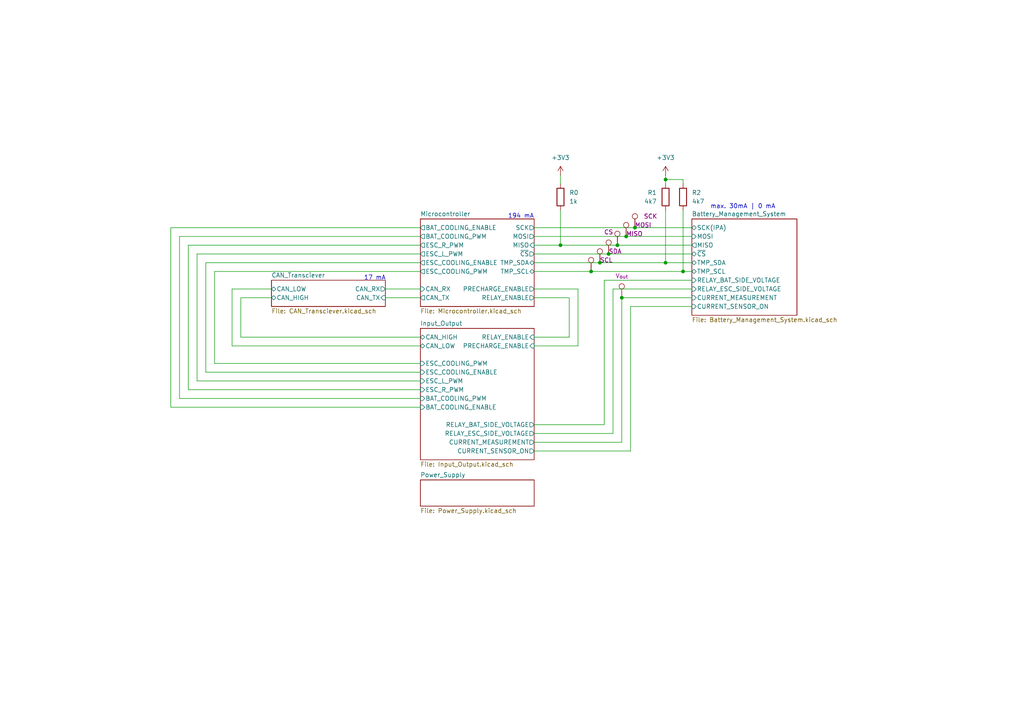
<source format=kicad_sch>
(kicad_sch (version 20231120) (generator "eeschema") (generator_version "8.0")
  (paper "A4")
  (lib_symbols
    (symbol "Connector:TestPoint" (pin_numbers hide) (pin_names (offset 0.762) hide)
      (property "Reference" "TP" (at 0 6.858 0))
      (property "Value" "TestPoint" (at 0 5.08 0))
      (symbol "TestPoint_0_1"
        (circle (center 0 3.302) (radius 0.762))
      )
      (symbol "TestPoint_1_1"
        (pin passive line (at 0 0 90) (length 2.54) (name "1") (number "1"))
      )
    )
    (symbol "Device:R" (pin_numbers hide) (pin_names (offset 0))
      (property "Reference" "R" (at 2.032 0 90))
      (property "Value" "R" (at 0 0 90))
      (symbol "R_0_1"
        (rectangle (start -1.016 -2.54) (end 1.016 2.54) (stroke (width 0.254)))
      )
      (symbol "R_1_1"
        (pin passive line (at 0 3.81 270) (length 1.27) (name "~") (number "1"))
        (pin passive line (at 0 -3.81 90) (length 1.27) (name "~") (number "2"))
      )
    )
    (symbol "power:+3V3" (power) (pin_numbers hide) (pin_names (offset 0) hide)
      (property "Value" "+3V3" (at 0 3.556 0))
      (symbol "+3V3_0_1"
        (polyline (pts (xy -0.762 1.27) (xy 0 2.54)))
        (polyline (pts (xy 0 0) (xy 0 2.54)))
        (polyline (pts (xy 0 2.54) (xy 0.762 1.27)))
      )
      (symbol "+3V3_1_1"
        (pin power_in line (at 0 0 90) (length 0) (name "~") (number "1"))
      )
    )
  )
  (junction (at 176.53 73.66))
  (junction (at 179.07 71.12))
  (junction (at 193.04 52.07))
  (junction (at 193.04 76.2))
  (junction (at 184.15 66.04))
  (junction (at 181.61 68.58))
  (junction (at 162.56 71.12))
  (junction (at 173.99 76.2))
  (junction (at 198.12 78.74))
  (junction (at 180.34 86.36))
  (junction (at 171.45 78.74))
  (wire (pts (xy 62.23 78.74) (xy 62.23 105.41)))
  (wire (pts (xy 67.31 83.82) (xy 78.74 83.82)))
  (wire (pts (xy 162.56 60.96) (xy 162.56 71.12)))
  (wire (pts (xy 180.34 86.36) (xy 180.34 128.27)))
  (wire (pts (xy 184.15 66.04) (xy 200.66 66.04)))
  (wire (pts (xy 69.85 86.36) (xy 78.74 86.36)))
  (wire (pts (xy 154.94 71.12) (xy 162.56 71.12)))
  (wire (pts (xy 173.99 76.2) (xy 193.04 76.2)))
  (wire (pts (xy 121.92 68.58) (xy 52.07 68.58)))
  (wire (pts (xy 154.94 73.66) (xy 176.53 73.66)))
  (wire (pts (xy 198.12 60.96) (xy 198.12 78.74)))
  (wire (pts (xy 198.12 52.07) (xy 198.12 53.34)))
  (wire (pts (xy 52.07 68.58) (xy 52.07 115.57)))
  (wire (pts (xy 121.92 73.66) (xy 57.15 73.66)))
  (wire (pts (xy 198.12 78.74) (xy 200.66 78.74)))
  (wire (pts (xy 59.69 107.95) (xy 121.92 107.95)))
  (wire (pts (xy 177.8 83.82) (xy 200.66 83.82)))
  (wire (pts (xy 165.1 86.36) (xy 154.94 86.36)))
  (wire (pts (xy 154.94 66.04) (xy 184.15 66.04)))
  (wire (pts (xy 167.64 83.82) (xy 167.64 100.33)))
  (wire (pts (xy 121.92 76.2) (xy 59.69 76.2)))
  (wire (pts (xy 54.61 113.03) (xy 121.92 113.03)))
  (wire (pts (xy 175.26 81.28) (xy 200.66 81.28)))
  (wire (pts (xy 69.85 97.79) (xy 121.92 97.79)))
  (wire (pts (xy 121.92 66.04) (xy 49.53 66.04)))
  (wire (pts (xy 177.8 83.82) (xy 177.8 125.73)))
  (wire (pts (xy 154.94 97.79) (xy 165.1 97.79)))
  (wire (pts (xy 67.31 100.33) (xy 67.31 83.82)))
  (wire (pts (xy 154.94 123.19) (xy 175.26 123.19)))
  (wire (pts (xy 154.94 68.58) (xy 181.61 68.58)))
  (wire (pts (xy 182.88 88.9) (xy 182.88 130.81)))
  (wire (pts (xy 200.66 88.9) (xy 182.88 88.9)))
  (wire (pts (xy 179.07 71.12) (xy 200.66 71.12)))
  (wire (pts (xy 121.92 78.74) (xy 62.23 78.74)))
  (wire (pts (xy 176.53 73.66) (xy 200.66 73.66)))
  (wire (pts (xy 121.92 71.12) (xy 54.61 71.12)))
  (wire (pts (xy 193.04 76.2) (xy 200.66 76.2)))
  (wire (pts (xy 175.26 81.28) (xy 175.26 123.19)))
  (wire (pts (xy 154.94 78.74) (xy 171.45 78.74)))
  (wire (pts (xy 69.85 97.79) (xy 69.85 86.36)))
  (wire (pts (xy 111.76 86.36) (xy 121.92 86.36)))
  (wire (pts (xy 59.69 76.2) (xy 59.69 107.95)))
  (wire (pts (xy 193.04 52.07) (xy 198.12 52.07)))
  (wire (pts (xy 162.56 50.8) (xy 162.56 53.34)))
  (wire (pts (xy 154.94 125.73) (xy 177.8 125.73)))
  (wire (pts (xy 167.64 100.33) (xy 154.94 100.33)))
  (wire (pts (xy 49.53 118.11) (xy 121.92 118.11)))
  (wire (pts (xy 111.76 83.82) (xy 121.92 83.82)))
  (wire (pts (xy 193.04 52.07) (xy 193.04 53.34)))
  (wire (pts (xy 57.15 110.49) (xy 121.92 110.49)))
  (wire (pts (xy 193.04 60.96) (xy 193.04 76.2)))
  (wire (pts (xy 54.61 71.12) (xy 54.61 113.03)))
  (wire (pts (xy 171.45 78.74) (xy 198.12 78.74)))
  (wire (pts (xy 62.23 105.41) (xy 121.92 105.41)))
  (wire (pts (xy 52.07 115.57) (xy 121.92 115.57)))
  (wire (pts (xy 57.15 73.66) (xy 57.15 110.49)))
  (wire (pts (xy 67.31 100.33) (xy 121.92 100.33)))
  (wire (pts (xy 193.04 50.8) (xy 193.04 52.07)))
  (wire (pts (xy 180.34 86.36) (xy 200.66 86.36)))
  (wire (pts (xy 181.61 68.58) (xy 200.66 68.58)))
  (wire (pts (xy 162.56 71.12) (xy 179.07 71.12)))
  (wire (pts (xy 182.88 130.81) (xy 154.94 130.81)))
  (wire (pts (xy 165.1 97.79) (xy 165.1 86.36)))
  (wire (pts (xy 154.94 76.2) (xy 173.99 76.2)))
  (wire (pts (xy 49.53 66.04) (xy 49.53 118.11)))
  (wire (pts (xy 154.94 83.82) (xy 167.64 83.82)))
  (wire (pts (xy 154.94 128.27) (xy 180.34 128.27)))
  (text "194 mA" (at 147.32 63.5 0) (effects (font (size 1.27 1.27)) (justify left bottom)))
  (text "17 mA" (at 105.537 81.407 0) (effects (font (size 1.27 1.27)) (justify left bottom)))
  (text "max. 30mA | 0 mA" (at 205.994 60.706 0) (effects (font (size 1.27 1.27)) (justify left bottom)))
  (symbol (lib_id "Device:R") (at 193.04 57.15 0) (mirror y) (unit 1)
    (property "Reference" "R1" (at 190.5 55.8799 0) (effects (justify left)))
    (property "Value" "4k7" (at 190.5 58.4199 0) (effects (justify left)))
    (property "Footprint" "Resistor_SMD:R_0603_1608Metric" (effects (hide yes)))
    (property "Description" "Resistor" (effects (hide yes)))
  )
  (symbol (lib_id "power:+3V3") (at 162.56 50.8 0) (unit 1)
    (property "Reference" "#PWR00" (effects (hide yes)))
    (property "Value" "+3V3" (at 162.56 45.72 0))
    (property "Description" "Power symbol creates a global label with name \"+3V3\"" (effects (hide yes)))
  )
  (symbol (lib_id "Connector:TestPoint") (at 173.99 76.2 0) (unit 1)
    (property "Reference" "TP1" (effects (hide yes)))
    (property "Value" "TestPoint" (effects (hide yes)))
    (property "Footprint" "TestPoint:TestPoint_Pad_D2.0mm" (effects (hide yes)))
    (property "Description" "test point" (effects (hide yes)))
    (property "Silkscreen" "SDA" (at 176.53 72.8979 0) (effects (justify left)))
  )
  (symbol (lib_id "Connector:TestPoint") (at 171.45 78.74 0) (unit 1)
    (property "Reference" "TP0" (effects (hide yes)))
    (property "Value" "TestPoint" (effects (hide yes)))
    (property "Footprint" "TestPoint:TestPoint_Pad_D2.0mm" (effects (hide yes)))
    (property "Description" "test point" (effects (hide yes)))
    (property "Silkscreen" "SCL" (at 173.99 75.4379 0) (effects (justify left)))
  )
  (symbol (lib_id "power:+3V3") (at 193.04 50.8 0) (mirror y) (unit 1)
    (property "Reference" "#PWR01" (effects (hide yes)))
    (property "Value" "+3V3" (at 193.04 45.72 0))
    (property "Description" "Power symbol creates a global label with name \"+3V3\"" (effects (hide yes)))
  )
  (symbol (lib_id "Device:R") (at 198.12 57.15 0) (mirror y) (unit 1)
    (property "Reference" "R2" (at 200.66 55.8799 0) (effects (justify right)))
    (property "Value" "4k7" (at 200.66 58.4199 0) (effects (justify right)))
    (property "Footprint" "Resistor_SMD:R_0603_1608Metric" (effects (hide yes)))
    (property "Description" "Resistor" (effects (hide yes)))
  )
  (symbol (lib_id "Connector:TestPoint") (at 176.53 73.66 0) (unit 1)
    (property "Reference" "TP2" (effects (hide yes)))
    (property "Value" "TestPoint" (effects (hide yes)))
    (property "Footprint" "TestPoint:TestPoint_Pad_D2.0mm" (effects (hide yes)))
    (property "Description" "test point" (effects (hide yes)))
    (property "Silkscreen" "CS" (at 176.53 67.31 0))
  )
  (symbol (lib_id "Connector:TestPoint") (at 180.34 86.36 0) (unit 1)
    (property "Reference" "TP4" (effects (hide yes)))
    (property "Value" "TestPoint" (effects (hide yes)))
    (property "Footprint" "TestPoint:TestPoint_Pad_D2.0mm" (effects (hide yes)))
    (property "Description" "test point" (effects (hide yes)))
    (property "Silkscreen" "V_{out}" (at 180.34 80.01 0))
  )
  (symbol (lib_id "Connector:TestPoint") (at 181.61 68.58 0) (unit 1)
    (property "Reference" "TP5" (effects (hide yes)))
    (property "Value" "TestPoint" (effects (hide yes)))
    (property "Footprint" "TestPoint:TestPoint_Pad_D2.0mm" (effects (hide yes)))
    (property "Description" "test point" (effects (hide yes)))
    (property "Silkscreen" "MOSI" (at 184.15 65.2779 0) (effects (justify left)))
  )
  (symbol (lib_id "Device:R") (at 162.56 57.15 0) (unit 1)
    (property "Reference" "R0" (at 165.1 55.8799 0) (effects (justify left)))
    (property "Value" "1k" (at 165.1 58.4199 0) (effects (justify left)))
    (property "Footprint" "Resistor_SMD:R_0603_1608Metric" (effects (hide yes)))
    (property "Description" "Resistor" (effects (hide yes)))
  )
  (symbol (lib_id "Connector:TestPoint") (at 184.15 66.04 0) (unit 1)
    (property "Reference" "TP6" (effects (hide yes)))
    (property "Value" "TestPoint" (effects (hide yes)))
    (property "Footprint" "TestPoint:TestPoint_Pad_D2.0mm" (effects (hide yes)))
    (property "Description" "test point" (effects (hide yes)))
    (property "Silkscreen" "SCK" (at 186.69 62.7379 0) (effects (justify left)))
  )
  (symbol (lib_id "Connector:TestPoint") (at 179.07 71.12 0) (unit 1)
    (property "Reference" "TP3" (effects (hide yes)))
    (property "Value" "TestPoint" (effects (hide yes)))
    (property "Footprint" "TestPoint:TestPoint_Pad_D2.0mm" (effects (hide yes)))
    (property "Description" "test point" (effects (hide yes)))
    (property "Silkscreen" "MISO" (at 181.61 67.8179 0) (effects (justify left)))
  )
  (sheet (at 121.92 95.25) (size 33.02 38.1) (stroke (width 0.1524))
    (property "Sheetname" "Input_Output" (at 121.92 94.5384 0) (effects (justify left bottom)))
    (property "Sheetfile" "Input_Output.kicad_sch" (at 121.92 133.9346 0) (effects (justify left top)))
    (pin "CAN_HIGH" bidirectional (at 121.92 97.79 180))
    (pin "CAN_LOW" bidirectional (at 121.92 100.33 180))
    (pin "RELAY_ESC_SIDE_VOLTAGE" output (at 154.94 125.73 0))
    (pin "RELAY_BAT_SIDE_VOLTAGE" output (at 154.94 123.19 0))
    (pin "PRECHARGE_ENABLE" input (at 154.94 100.33 0))
    (pin "RELAY_ENABLE" input (at 154.94 97.79 0))
    (pin "CURRENT_MEASUREMENT" output (at 154.94 128.27 0))
    (pin "BAT_COOLING_ENABLE" input (at 121.92 118.11 180))
    (pin "BAT_COOLING_PWM" input (at 121.92 115.57 180))
    (pin "ESC_COOLING_ENABLE" input (at 121.92 107.95 180))
    (pin "ESC_COOLING_PWM" input (at 121.92 105.41 180))
    (pin "CURRENT_SENSOR_ON" output (at 154.94 130.81 0))
    (pin "ESC_R_PWM" input (at 121.92 113.03 180))
    (pin "ESC_L_PWM" input (at 121.92 110.49 180))
  )
  (sheet (at 200.66 63.5) (size 30.48 27.94) (stroke (width 0.1524))
    (property "Sheetname" "Battery_Management_System" (at 200.66 62.7884 0) (effects (justify left bottom)))
    (property "Sheetfile" "Battery_Management_System.kicad_sch" (at 200.66 92.0246 0) (effects (justify left top)))
    (pin "SCK(IPA)" bidirectional (at 200.66 66.04 180))
    (pin "MOSI" input (at 200.66 68.58 180))
    (pin "MISO" output (at 200.66 71.12 180))
    (pin "TMP_SDA" bidirectional (at 200.66 76.2 180))
    (pin "TMP_SCL" bidirectional (at 200.66 78.74 180))
    (pin "~{CS}" bidirectional (at 200.66 73.66 180))
    (pin "RELAY_ESC_SIDE_VOLTAGE" input (at 200.66 83.82 180))
    (pin "RELAY_BAT_SIDE_VOLTAGE" input (at 200.66 81.28 180))
    (pin "CURRENT_MEASUREMENT" input (at 200.66 86.36 180))
    (pin "CURRENT_SENSOR_ON" input (at 200.66 88.9 180))
  )
  (sheet (at 121.92 139.192) (size 33.02 7.62) (stroke (width 0.1524))
    (property "Sheetname" "Power_Supply" (at 121.92 138.4804 0) (effects (justify left bottom)))
    (property "Sheetfile" "Power_Supply.kicad_sch" (at 121.92 147.3966 0) (effects (justify left top)))
  )
  (sheet (at 121.92 63.5) (size 33.02 25.4) (stroke (width 0.1524))
    (property "Sheetname" "Microcontroller" (at 121.92 62.7884 0) (effects (justify left bottom)))
    (property "Sheetfile" "Microcontroller.kicad_sch" (at 121.92 89.4846 0) (effects (justify left top)))
    (pin "TMP_SCL" bidirectional (at 154.94 78.74 0))
    (pin "TMP_SDA" bidirectional (at 154.94 76.2 0))
    (pin "CAN_RX" input (at 121.92 83.82 180))
    (pin "CAN_TX" output (at 121.92 86.36 180))
    (pin "SCK" output (at 154.94 66.04 0))
    (pin "MOSI" output (at 154.94 68.58 0))
    (pin "MISO" input (at 154.94 71.12 0))
    (pin "RELAY_ENABLE" output (at 154.94 86.36 0))
    (pin "~{CS}" output (at 154.94 73.66 0))
    (pin "PRECHARGE_ENABLE" output (at 154.94 83.82 0))
    (pin "BAT_COOLING_ENABLE" output (at 121.92 66.04 180))
    (pin "BAT_COOLING_PWM" output (at 121.92 68.58 180))
    (pin "ESC_COOLING_PWM" output (at 121.92 78.74 180))
    (pin "ESC_COOLING_ENABLE" output (at 121.92 76.2 180))
    (pin "ESC_L_PWM" output (at 121.92 73.66 180))
    (pin "ESC_R_PWM" output (at 121.92 71.12 180))
  )
  (sheet (at 78.74 81.28) (size 33.02 7.62) (stroke (width 0.1524))
    (property "Sheetname" "CAN_Transciever" (at 78.74 80.5684 0) (effects (justify left bottom)))
    (property "Sheetfile" "CAN_Transciever.kicad_sch" (at 78.74 89.4846 0) (effects (justify left top)))
    (pin "CAN_TX" input (at 111.76 86.36 0))
    (pin "CAN_RX" output (at 111.76 83.82 0))
    (pin "CAN_HIGH" bidirectional (at 78.74 86.36 180))
    (pin "CAN_LOW" bidirectional (at 78.74 83.82 180))
  )
)
</source>
